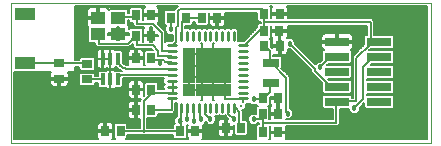
<source format=gtl>
G75*
G70*
%OFA0B0*%
%FSLAX24Y24*%
%IPPOS*%
%LPD*%
%AMOC8*
5,1,8,0,0,1.08239X$1,22.5*
%
%ADD10C,0.0000*%
%ADD11R,0.0433X0.0433*%
%ADD12C,0.0110*%
%ADD13R,0.0098X0.0098*%
%ADD14R,0.0276X0.0354*%
%ADD15R,0.0472X0.0433*%
%ADD16R,0.0551X0.0276*%
%ADD17R,0.0138X0.0394*%
%ADD18R,0.0354X0.0276*%
%ADD19R,0.0669X0.0394*%
%ADD20R,0.0807X0.0299*%
%ADD21C,0.0060*%
%ADD22C,0.0180*%
%ADD23C,0.0080*%
D10*
X000295Y000416D02*
X000295Y005066D01*
X014295Y005066D01*
X014295Y000416D01*
X000295Y000416D01*
D11*
X006261Y002170D03*
X006664Y002170D03*
X007058Y002170D03*
X007461Y002170D03*
X007461Y002583D03*
X007058Y002583D03*
X006664Y002583D03*
X006261Y002583D03*
X006261Y002957D03*
X006664Y002957D03*
X007058Y002957D03*
X007461Y002957D03*
X007461Y003370D03*
X007058Y003370D03*
X006664Y003370D03*
X006261Y003370D03*
D12*
X005802Y003459D02*
X005538Y003459D01*
X005538Y003656D02*
X005802Y003656D01*
X005975Y003829D02*
X005975Y004093D01*
X006172Y004093D02*
X006172Y003829D01*
X006369Y003829D02*
X006369Y004093D01*
X006566Y004093D02*
X006566Y003829D01*
X006763Y003829D02*
X006763Y004093D01*
X006959Y004093D02*
X006959Y003829D01*
X007156Y003829D02*
X007156Y004093D01*
X007353Y004093D02*
X007353Y003829D01*
X007550Y003829D02*
X007550Y004093D01*
X007747Y004093D02*
X007747Y003829D01*
X007920Y003656D02*
X008184Y003656D01*
X008184Y003459D02*
X007920Y003459D01*
X007920Y003262D02*
X008184Y003262D01*
X008184Y003065D02*
X007920Y003065D01*
X007920Y002868D02*
X008184Y002868D01*
X008184Y002672D02*
X007920Y002672D01*
X007920Y002475D02*
X008184Y002475D01*
X008184Y002278D02*
X007920Y002278D01*
X007920Y002081D02*
X008184Y002081D01*
X008184Y001884D02*
X007920Y001884D01*
X007747Y001711D02*
X007747Y001447D01*
X007550Y001447D02*
X007550Y001711D01*
X007353Y001711D02*
X007353Y001447D01*
X007156Y001447D02*
X007156Y001711D01*
X006959Y001711D02*
X006959Y001447D01*
X006763Y001447D02*
X006763Y001711D01*
X006566Y001711D02*
X006566Y001447D01*
X006369Y001447D02*
X006369Y001711D01*
X006172Y001711D02*
X006172Y001447D01*
X005975Y001447D02*
X005975Y001711D01*
X005802Y001884D02*
X005538Y001884D01*
X005538Y002081D02*
X005802Y002081D01*
X005802Y002278D02*
X005538Y002278D01*
X005538Y002475D02*
X005802Y002475D01*
X005802Y002672D02*
X005538Y002672D01*
X005538Y002868D02*
X005802Y002868D01*
X005802Y003065D02*
X005538Y003065D01*
X005538Y003262D02*
X005802Y003262D01*
D13*
X007993Y001638D03*
D14*
X008700Y001366D03*
X009212Y001366D03*
X009222Y001895D03*
X008710Y001895D03*
X007979Y000902D03*
X007467Y000902D03*
X006455Y000794D03*
X005943Y000794D03*
X004980Y001500D03*
X004468Y001500D03*
X004477Y002181D03*
X004989Y002181D03*
X004986Y003221D03*
X004474Y003221D03*
X004474Y003982D03*
X004986Y003982D03*
X005640Y004576D03*
X006152Y004576D03*
X006675Y004576D03*
X007187Y004576D03*
X008750Y004711D03*
X009262Y004711D03*
X009261Y004130D03*
X008749Y004130D03*
X008756Y003625D03*
X009268Y003625D03*
X004983Y004658D03*
X004471Y004658D03*
X003965Y000789D03*
X003453Y000789D03*
X008704Y000750D03*
X009216Y000750D03*
D15*
X003881Y004023D03*
X003211Y004023D03*
X003211Y004575D03*
X003881Y004575D03*
D16*
X008972Y003077D03*
X008972Y002407D03*
D17*
X003874Y002519D03*
X003618Y002519D03*
X003362Y002519D03*
X003362Y003207D03*
X003618Y003207D03*
X003874Y003207D03*
D18*
X002851Y003032D03*
X001922Y003056D03*
X001922Y002544D03*
X002851Y002520D03*
D19*
X000781Y003057D03*
X000781Y004699D03*
D20*
X011186Y003771D03*
X011186Y003271D03*
X011186Y002771D03*
X011186Y002271D03*
X011186Y001771D03*
X012588Y001771D03*
X012588Y002271D03*
X012588Y002771D03*
X012588Y003271D03*
X012588Y003771D03*
D21*
X012295Y003716D01*
X012295Y004436D01*
X008755Y004436D01*
X008755Y004316D01*
X008095Y003656D01*
X008052Y003656D01*
X008070Y003801D02*
X007892Y003801D01*
X007892Y004153D01*
X007807Y004238D01*
X007687Y004238D01*
X007648Y004200D01*
X007610Y004238D01*
X007490Y004238D01*
X007452Y004200D01*
X007413Y004238D01*
X007293Y004238D01*
X007255Y004200D01*
X007216Y004238D01*
X007096Y004238D01*
X007058Y004200D01*
X007020Y004238D01*
X006899Y004238D01*
X006861Y004200D01*
X006823Y004238D01*
X006702Y004238D01*
X006664Y004200D01*
X006626Y004238D01*
X006506Y004238D01*
X006467Y004200D01*
X006429Y004238D01*
X006309Y004238D01*
X006270Y004200D01*
X006232Y004238D01*
X006115Y004238D01*
X006115Y004309D01*
X006327Y004309D01*
X006380Y004362D01*
X006380Y004436D01*
X006447Y004436D01*
X006447Y004362D01*
X006500Y004309D01*
X006850Y004309D01*
X006903Y004362D01*
X006903Y004736D01*
X006919Y004736D01*
X006919Y004606D01*
X007157Y004606D01*
X007157Y004546D01*
X007217Y004546D01*
X007217Y004606D01*
X007455Y004606D01*
X007455Y004736D01*
X008522Y004736D01*
X008522Y004497D01*
X008575Y004444D01*
X008635Y004444D01*
X008635Y004397D01*
X008574Y004397D01*
X008521Y004344D01*
X008521Y004252D01*
X008070Y003801D01*
X008078Y003809D02*
X007892Y003809D01*
X007892Y003868D02*
X008137Y003868D01*
X008195Y003926D02*
X007892Y003926D01*
X007892Y003985D02*
X008254Y003985D01*
X008312Y004043D02*
X007892Y004043D01*
X007892Y004102D02*
X008371Y004102D01*
X008429Y004160D02*
X007885Y004160D01*
X007826Y004219D02*
X008488Y004219D01*
X008521Y004277D02*
X007372Y004277D01*
X007375Y004278D02*
X007405Y004295D01*
X007429Y004319D01*
X007446Y004349D01*
X007455Y004382D01*
X007455Y004546D01*
X007217Y004546D01*
X007217Y004269D01*
X007342Y004269D01*
X007375Y004278D01*
X007433Y004219D02*
X007470Y004219D01*
X007630Y004219D02*
X007667Y004219D01*
X007438Y004336D02*
X008521Y004336D01*
X008571Y004394D02*
X007455Y004394D01*
X007455Y004453D02*
X008566Y004453D01*
X008522Y004511D02*
X007455Y004511D01*
X007455Y004628D02*
X008522Y004628D01*
X008522Y004570D02*
X007217Y004570D01*
X007217Y004511D02*
X007157Y004511D01*
X007157Y004546D02*
X007157Y004269D01*
X007032Y004269D01*
X006999Y004278D01*
X006969Y004295D01*
X006945Y004319D01*
X006928Y004349D01*
X006919Y004382D01*
X006919Y004546D01*
X007157Y004546D01*
X007157Y004570D02*
X006903Y004570D01*
X006903Y004628D02*
X006919Y004628D01*
X006919Y004687D02*
X006903Y004687D01*
X006675Y004576D02*
X006655Y004556D01*
X006175Y004556D01*
X006152Y004576D01*
X006115Y004556D01*
X005995Y004436D01*
X005995Y004016D01*
X005975Y003961D01*
X005695Y003985D02*
X005455Y003985D01*
X005455Y004043D02*
X005533Y004043D01*
X005560Y004016D02*
X005695Y004016D01*
X005695Y003826D01*
X005670Y003801D01*
X005478Y003801D01*
X005455Y003778D01*
X005455Y004126D01*
X005202Y004378D01*
X005225Y004401D01*
X005242Y004431D01*
X005251Y004464D01*
X005251Y004628D01*
X005013Y004628D01*
X005013Y004688D01*
X005251Y004688D01*
X005251Y004852D01*
X005242Y004885D01*
X005225Y004915D01*
X005201Y004939D01*
X005171Y004956D01*
X005865Y004956D01*
X005815Y004906D01*
X005755Y004846D01*
X005755Y004843D01*
X005465Y004843D01*
X005412Y004790D01*
X005412Y004362D01*
X005465Y004309D01*
X005493Y004309D01*
X005455Y004271D01*
X005455Y004121D01*
X005560Y004016D01*
X005475Y004102D02*
X005455Y004102D01*
X005455Y004160D02*
X005421Y004160D01*
X005455Y004219D02*
X005362Y004219D01*
X005304Y004277D02*
X005461Y004277D01*
X005438Y004336D02*
X005245Y004336D01*
X005218Y004394D02*
X005412Y004394D01*
X005412Y004453D02*
X005248Y004453D01*
X005251Y004511D02*
X005412Y004511D01*
X005412Y004570D02*
X005251Y004570D01*
X005412Y004628D02*
X005013Y004628D01*
X004953Y004628D02*
X004699Y004628D01*
X004715Y004628D02*
X004715Y004496D01*
X004699Y004496D01*
X004699Y004872D01*
X004646Y004925D01*
X004296Y004925D01*
X004243Y004872D01*
X004243Y004736D01*
X004207Y004736D01*
X004207Y004828D01*
X004154Y004881D01*
X003607Y004881D01*
X003568Y004842D01*
X003552Y004871D01*
X003527Y004895D01*
X003498Y004912D01*
X003465Y004921D01*
X003241Y004921D01*
X003241Y004605D01*
X003181Y004605D01*
X003181Y004921D01*
X002958Y004921D01*
X002925Y004912D01*
X002895Y004895D01*
X002871Y004871D01*
X002854Y004841D01*
X002845Y004808D01*
X002845Y004605D01*
X003181Y004605D01*
X003181Y004545D01*
X002845Y004545D01*
X002845Y004341D01*
X002854Y004308D01*
X002871Y004278D01*
X002885Y004264D01*
X002885Y003770D01*
X002938Y003717D01*
X003115Y003717D01*
X003115Y003666D01*
X003185Y003596D01*
X004245Y003596D01*
X004315Y003666D01*
X004364Y003715D01*
X004375Y003715D01*
X004375Y003606D01*
X004445Y003536D01*
X004985Y003536D01*
X005033Y003488D01*
X004811Y003488D01*
X004758Y003435D01*
X004758Y003007D01*
X004776Y002988D01*
X004730Y002988D01*
X004733Y002994D01*
X004742Y003027D01*
X004742Y003191D01*
X004504Y003191D01*
X004504Y003251D01*
X004444Y003251D01*
X004444Y003191D01*
X004206Y003191D01*
X004206Y003027D01*
X004215Y002994D01*
X004218Y002988D01*
X004213Y002988D01*
X004156Y002996D01*
X004058Y003053D01*
X004033Y003096D01*
X004033Y003442D01*
X003980Y003494D01*
X003781Y003494D01*
X003767Y003508D01*
X003737Y003525D01*
X003704Y003534D01*
X003622Y003534D01*
X003622Y003212D01*
X003614Y003212D01*
X003614Y003534D01*
X003532Y003534D01*
X003499Y003525D01*
X003490Y003520D01*
X003481Y003525D01*
X003448Y003534D01*
X003367Y003534D01*
X003367Y003212D01*
X003561Y003212D01*
X003614Y003212D01*
X003614Y003203D01*
X003622Y003203D01*
X003622Y002881D01*
X003704Y002881D01*
X003737Y002889D01*
X003767Y002907D01*
X003781Y002921D01*
X003849Y002921D01*
X003877Y002871D01*
X004015Y002792D01*
X003994Y002792D01*
X003980Y002805D01*
X003781Y002805D01*
X003767Y002819D01*
X003737Y002836D01*
X003704Y002845D01*
X003622Y002845D01*
X003622Y002523D01*
X003614Y002523D01*
X003614Y002845D01*
X003532Y002845D01*
X003499Y002836D01*
X003469Y002819D01*
X003455Y002805D01*
X003256Y002805D01*
X003203Y002753D01*
X003203Y002639D01*
X003118Y002639D01*
X003118Y002695D01*
X003065Y002748D01*
X002637Y002748D01*
X002584Y002695D01*
X002584Y002345D01*
X002637Y002292D01*
X003065Y002292D01*
X003118Y002345D01*
X003118Y002399D01*
X003203Y002399D01*
X003203Y002284D01*
X003256Y002232D01*
X003455Y002232D01*
X003469Y002218D01*
X003499Y002201D01*
X003532Y002192D01*
X003614Y002192D01*
X003614Y002514D01*
X003622Y002514D01*
X003622Y002192D01*
X003704Y002192D01*
X003737Y002201D01*
X003767Y002218D01*
X003781Y002232D01*
X003980Y002232D01*
X004033Y002284D01*
X004033Y002552D01*
X005410Y002552D01*
X005393Y002535D01*
X005393Y002415D01*
X005431Y002376D01*
X005393Y002338D01*
X005393Y002218D01*
X005410Y002201D01*
X005217Y002201D01*
X005217Y002395D01*
X005164Y002448D01*
X004814Y002448D01*
X004761Y002395D01*
X004761Y001992D01*
X004741Y001972D01*
X004745Y001987D01*
X004745Y002151D01*
X004507Y002151D01*
X004507Y001874D01*
X004632Y001874D01*
X004647Y001878D01*
X004615Y001846D01*
X004615Y001807D01*
X004498Y001807D01*
X004498Y001530D01*
X004438Y001530D01*
X004438Y001470D01*
X004200Y001470D01*
X004200Y001306D01*
X004209Y001273D01*
X004226Y001243D01*
X004250Y001219D01*
X004280Y001202D01*
X004313Y001193D01*
X004438Y001193D01*
X004438Y001470D01*
X004498Y001470D01*
X004498Y001193D01*
X004615Y001193D01*
X004615Y000908D01*
X004193Y000909D01*
X004193Y001003D01*
X004140Y001056D01*
X003790Y001056D01*
X003737Y001003D01*
X003737Y000575D01*
X003786Y000526D01*
X003689Y000526D01*
X003695Y000532D01*
X003712Y000562D01*
X003721Y000595D01*
X003721Y000759D01*
X003483Y000759D01*
X003483Y000819D01*
X003423Y000819D01*
X003423Y000759D01*
X003185Y000759D01*
X003185Y000595D01*
X003194Y000562D01*
X003211Y000532D01*
X003217Y000526D01*
X000405Y000526D01*
X000405Y002763D01*
X001642Y002763D01*
X001641Y002762D01*
X001624Y002732D01*
X001615Y002699D01*
X001615Y002574D01*
X001892Y002574D01*
X001892Y002514D01*
X001952Y002514D01*
X001952Y002276D01*
X002116Y002276D01*
X002149Y002285D01*
X002179Y002302D01*
X002203Y002326D01*
X002220Y002356D01*
X002229Y002389D01*
X002229Y002514D01*
X001952Y002514D01*
X001952Y002574D01*
X002229Y002574D01*
X002229Y002699D01*
X002220Y002732D01*
X002203Y002762D01*
X002202Y002763D01*
X002438Y002763D01*
X002438Y002936D01*
X002440Y002936D01*
X002522Y002937D01*
X002584Y002937D01*
X002584Y002857D01*
X002637Y002804D01*
X003065Y002804D01*
X003118Y002857D01*
X003118Y003207D01*
X003065Y003260D01*
X002637Y003260D01*
X002584Y003207D01*
X002584Y003177D01*
X002571Y003177D01*
X002571Y003177D01*
X002522Y003177D01*
X002438Y003177D01*
X002438Y004956D01*
X004794Y004956D01*
X004765Y004939D01*
X004741Y004915D01*
X004724Y004885D01*
X004715Y004852D01*
X004715Y004688D01*
X004953Y004688D01*
X004953Y004628D01*
X004715Y004628D01*
X004715Y004570D02*
X004699Y004570D01*
X004699Y004511D02*
X004715Y004511D01*
X004495Y004616D02*
X004495Y004376D01*
X005035Y004376D01*
X005335Y004076D01*
X005335Y003476D01*
X005635Y003476D01*
X005670Y003459D01*
X005635Y003296D02*
X005215Y003296D01*
X005215Y003476D01*
X005035Y003656D01*
X004495Y003656D01*
X004495Y003956D01*
X004474Y003982D01*
X004435Y003956D01*
X004195Y003716D01*
X003235Y003716D01*
X003235Y004016D01*
X003211Y004023D01*
X002885Y004043D02*
X002438Y004043D01*
X002438Y003985D02*
X002885Y003985D01*
X002885Y003926D02*
X002438Y003926D01*
X002438Y003868D02*
X002885Y003868D01*
X002885Y003809D02*
X002438Y003809D01*
X002438Y003751D02*
X002904Y003751D01*
X003115Y003692D02*
X002438Y003692D01*
X002438Y003634D02*
X003148Y003634D01*
X003213Y003508D02*
X003189Y003484D01*
X003172Y003455D01*
X003163Y003421D01*
X003163Y003212D01*
X003358Y003212D01*
X003358Y003534D01*
X003276Y003534D01*
X003243Y003525D01*
X003213Y003508D01*
X003227Y003517D02*
X002438Y003517D01*
X002438Y003575D02*
X004406Y003575D01*
X004444Y003528D02*
X004319Y003528D01*
X004286Y003519D01*
X004256Y003502D01*
X004232Y003478D01*
X004215Y003448D01*
X004206Y003415D01*
X004206Y003251D01*
X004444Y003251D01*
X004444Y003528D01*
X004444Y003517D02*
X004504Y003517D01*
X004504Y003528D02*
X004504Y003251D01*
X004742Y003251D01*
X004742Y003415D01*
X004733Y003448D01*
X004716Y003478D01*
X004692Y003502D01*
X004662Y003519D01*
X004629Y003528D01*
X004504Y003528D01*
X004504Y003458D02*
X004444Y003458D01*
X004444Y003400D02*
X004504Y003400D01*
X004504Y003341D02*
X004444Y003341D01*
X004444Y003283D02*
X004504Y003283D01*
X004504Y003224D02*
X004758Y003224D01*
X004758Y003166D02*
X004742Y003166D01*
X004742Y003107D02*
X004758Y003107D01*
X004758Y003049D02*
X004742Y003049D01*
X004731Y002990D02*
X004775Y002990D01*
X005275Y003056D02*
X005275Y003176D01*
X005035Y003176D01*
X004986Y003221D01*
X004758Y003283D02*
X004742Y003283D01*
X004742Y003341D02*
X004758Y003341D01*
X004758Y003400D02*
X004742Y003400D01*
X004727Y003458D02*
X004781Y003458D01*
X004667Y003517D02*
X005005Y003517D01*
X005016Y003776D02*
X004956Y003776D01*
X004956Y003952D01*
X005016Y003952D01*
X005215Y003952D01*
X005215Y004012D01*
X005016Y004012D01*
X005016Y003952D01*
X005016Y003776D01*
X005016Y003809D02*
X004956Y003809D01*
X004956Y003868D02*
X005016Y003868D01*
X005016Y003926D02*
X004956Y003926D01*
X004956Y003952D02*
X004718Y003952D01*
X004718Y003788D01*
X004721Y003776D01*
X004702Y003776D01*
X004702Y004196D01*
X004649Y004249D01*
X004299Y004249D01*
X004247Y004197D01*
X004247Y004257D01*
X004238Y004290D01*
X004221Y004320D01*
X004207Y004334D01*
X004207Y004496D01*
X004243Y004496D01*
X004243Y004444D01*
X004296Y004391D01*
X004375Y004391D01*
X004375Y004326D01*
X004445Y004256D01*
X004761Y004256D01*
X004744Y004239D01*
X004727Y004209D01*
X004718Y004176D01*
X004718Y004012D01*
X004956Y004012D01*
X004956Y004256D01*
X004985Y004256D01*
X005016Y004225D01*
X005016Y004012D01*
X004956Y004012D01*
X004956Y003952D01*
X004956Y003985D02*
X004702Y003985D01*
X004702Y004043D02*
X004718Y004043D01*
X004718Y004102D02*
X004702Y004102D01*
X004702Y004160D02*
X004718Y004160D01*
X004732Y004219D02*
X004680Y004219D01*
X004424Y004277D02*
X004242Y004277D01*
X004247Y004219D02*
X004268Y004219D01*
X004207Y004336D02*
X004375Y004336D01*
X004293Y004394D02*
X004207Y004394D01*
X004207Y004453D02*
X004243Y004453D01*
X004435Y004616D02*
X003895Y004616D01*
X003881Y004575D01*
X004207Y004745D02*
X004243Y004745D01*
X004243Y004804D02*
X004207Y004804D01*
X004173Y004862D02*
X004243Y004862D01*
X004291Y004921D02*
X003467Y004921D01*
X003557Y004862D02*
X003588Y004862D01*
X003241Y004862D02*
X003181Y004862D01*
X003181Y004804D02*
X003241Y004804D01*
X003241Y004745D02*
X003181Y004745D01*
X003181Y004687D02*
X003241Y004687D01*
X003241Y004628D02*
X003181Y004628D01*
X003181Y004570D02*
X002438Y004570D01*
X002438Y004628D02*
X002845Y004628D01*
X002845Y004687D02*
X002438Y004687D01*
X002438Y004745D02*
X002845Y004745D01*
X002845Y004804D02*
X002438Y004804D01*
X002438Y004862D02*
X002866Y004862D01*
X002956Y004921D02*
X002438Y004921D01*
X003181Y004921D02*
X003241Y004921D01*
X002845Y004511D02*
X002438Y004511D01*
X002438Y004453D02*
X002845Y004453D01*
X002845Y004394D02*
X002438Y004394D01*
X002438Y004336D02*
X002847Y004336D01*
X002872Y004277D02*
X002438Y004277D01*
X002438Y004219D02*
X002885Y004219D01*
X002885Y004160D02*
X002438Y004160D01*
X002438Y004102D02*
X002885Y004102D01*
X003538Y004053D02*
X003538Y003993D01*
X003851Y003993D01*
X003851Y003836D01*
X003911Y003836D01*
X003911Y003993D01*
X004246Y003993D01*
X004246Y004053D01*
X003911Y004053D01*
X003911Y003993D01*
X003851Y003993D01*
X003851Y004053D01*
X003538Y004053D01*
X003538Y004043D02*
X003851Y004043D01*
X003851Y004053D02*
X003851Y004268D01*
X003911Y004268D01*
X003911Y004053D01*
X003851Y004053D01*
X003881Y004023D02*
X003895Y003836D01*
X003911Y003868D02*
X003851Y003868D01*
X003851Y003926D02*
X003911Y003926D01*
X003911Y003985D02*
X003851Y003985D01*
X003911Y004043D02*
X004246Y004043D01*
X003911Y004102D02*
X003851Y004102D01*
X003851Y004160D02*
X003911Y004160D01*
X003911Y004219D02*
X003851Y004219D01*
X004702Y003926D02*
X004718Y003926D01*
X004718Y003868D02*
X004702Y003868D01*
X004702Y003809D02*
X004718Y003809D01*
X004375Y003692D02*
X004341Y003692D01*
X004375Y003634D02*
X004282Y003634D01*
X004281Y003517D02*
X003753Y003517D01*
X003622Y003517D02*
X003614Y003517D01*
X003614Y003458D02*
X003622Y003458D01*
X003614Y003400D02*
X003622Y003400D01*
X003614Y003341D02*
X003622Y003341D01*
X003614Y003283D02*
X003622Y003283D01*
X003614Y003224D02*
X003622Y003224D01*
X003614Y003203D02*
X003367Y003203D01*
X003367Y003212D01*
X003358Y003212D01*
X003358Y003203D01*
X003367Y003203D01*
X003367Y002881D01*
X003448Y002881D01*
X003481Y002889D01*
X003490Y002895D01*
X003499Y002889D01*
X003532Y002881D01*
X003614Y002881D01*
X003614Y003203D01*
X003614Y003166D02*
X003622Y003166D01*
X003614Y003107D02*
X003622Y003107D01*
X003614Y003049D02*
X003622Y003049D01*
X003614Y002990D02*
X003622Y002990D01*
X003614Y002932D02*
X003622Y002932D01*
X003614Y002815D02*
X003622Y002815D01*
X003614Y002756D02*
X003622Y002756D01*
X003614Y002698D02*
X003622Y002698D01*
X003614Y002639D02*
X003622Y002639D01*
X003614Y002581D02*
X003622Y002581D01*
X003614Y002464D02*
X003622Y002464D01*
X003614Y002405D02*
X003622Y002405D01*
X003614Y002347D02*
X003622Y002347D01*
X003614Y002288D02*
X003622Y002288D01*
X003614Y002230D02*
X003622Y002230D01*
X003779Y002230D02*
X004209Y002230D01*
X004209Y002211D02*
X004447Y002211D01*
X004447Y002151D01*
X004209Y002151D01*
X004209Y001987D01*
X004218Y001954D01*
X004235Y001924D01*
X004259Y001900D01*
X004289Y001883D01*
X004322Y001874D01*
X004447Y001874D01*
X004447Y002151D01*
X004507Y002151D01*
X004507Y002211D01*
X004447Y002211D01*
X004447Y002488D01*
X004322Y002488D01*
X004289Y002479D01*
X004259Y002462D01*
X004235Y002438D01*
X004218Y002408D01*
X004209Y002375D01*
X004209Y002211D01*
X004209Y002288D02*
X004033Y002288D01*
X004033Y002347D02*
X004209Y002347D01*
X004217Y002405D02*
X004033Y002405D01*
X004033Y002464D02*
X004262Y002464D01*
X004447Y002464D02*
X004507Y002464D01*
X004507Y002488D02*
X004507Y002211D01*
X004745Y002211D01*
X004745Y002375D01*
X004736Y002408D01*
X004719Y002438D01*
X004695Y002462D01*
X004665Y002479D01*
X004632Y002488D01*
X004507Y002488D01*
X004692Y002464D02*
X005393Y002464D01*
X005393Y002522D02*
X004033Y002522D01*
X004027Y002672D02*
X004003Y002670D01*
X003980Y002665D01*
X003958Y002655D01*
X003937Y002643D01*
X003919Y002627D01*
X003903Y002609D01*
X003891Y002588D01*
X003881Y002566D01*
X003876Y002543D01*
X003874Y002519D01*
X004027Y002672D02*
X005670Y002672D01*
X005670Y002868D02*
X004213Y002868D01*
X004201Y002990D02*
X004217Y002990D01*
X004206Y003049D02*
X004065Y003049D01*
X004033Y003107D02*
X004206Y003107D01*
X004206Y003166D02*
X004033Y003166D01*
X004033Y003224D02*
X004444Y003224D01*
X004213Y002868D02*
X004178Y002870D01*
X004143Y002875D01*
X004108Y002885D01*
X004075Y002897D01*
X004044Y002913D01*
X004014Y002933D01*
X003986Y002955D01*
X003961Y002980D01*
X003939Y003008D01*
X003919Y003037D01*
X003903Y003069D01*
X003891Y003102D01*
X003881Y003137D01*
X003876Y003172D01*
X003874Y003207D01*
X004033Y003283D02*
X004206Y003283D01*
X004206Y003341D02*
X004033Y003341D01*
X004033Y003400D02*
X004206Y003400D01*
X004221Y003458D02*
X004016Y003458D01*
X003367Y003458D02*
X003358Y003458D01*
X003358Y003400D02*
X003367Y003400D01*
X003358Y003341D02*
X003367Y003341D01*
X003358Y003283D02*
X003367Y003283D01*
X003358Y003224D02*
X003367Y003224D01*
X003358Y003203D02*
X003163Y003203D01*
X003163Y002994D01*
X003172Y002960D01*
X003189Y002931D01*
X003213Y002907D01*
X003243Y002889D01*
X003276Y002881D01*
X003358Y002881D01*
X003358Y003203D01*
X003358Y003166D02*
X003367Y003166D01*
X003358Y003107D02*
X003367Y003107D01*
X003358Y003049D02*
X003367Y003049D01*
X003163Y003049D02*
X003118Y003049D01*
X003118Y003107D02*
X003163Y003107D01*
X003163Y003166D02*
X003118Y003166D01*
X003101Y003224D02*
X003163Y003224D01*
X003163Y003283D02*
X002438Y003283D01*
X002438Y003341D02*
X003163Y003341D01*
X003163Y003400D02*
X002438Y003400D01*
X002438Y003458D02*
X003174Y003458D01*
X003358Y003517D02*
X003367Y003517D01*
X002601Y003224D02*
X002438Y003224D01*
X002390Y003056D02*
X002522Y003057D01*
X002738Y003057D01*
X002851Y003032D01*
X003118Y002990D02*
X003164Y002990D01*
X003189Y002932D02*
X003118Y002932D01*
X003118Y002873D02*
X003876Y002873D01*
X003877Y002871D02*
X003877Y002871D01*
X003877Y002871D01*
X003975Y002815D02*
X003772Y002815D01*
X003464Y002815D02*
X003076Y002815D01*
X003207Y002756D02*
X002206Y002756D01*
X002229Y002698D02*
X002586Y002698D01*
X002584Y002639D02*
X002229Y002639D01*
X002229Y002581D02*
X002584Y002581D01*
X002584Y002522D02*
X001952Y002522D01*
X001952Y002464D02*
X001892Y002464D01*
X001892Y002514D02*
X001892Y002276D01*
X001728Y002276D01*
X001695Y002285D01*
X001665Y002302D01*
X001641Y002326D01*
X001624Y002356D01*
X001615Y002389D01*
X001615Y002514D01*
X001892Y002514D01*
X001892Y002522D02*
X000405Y002522D01*
X000405Y002464D02*
X001615Y002464D01*
X001615Y002405D02*
X000405Y002405D01*
X000405Y002347D02*
X001629Y002347D01*
X001690Y002288D02*
X000405Y002288D01*
X000405Y002230D02*
X003457Y002230D01*
X003203Y002288D02*
X002154Y002288D01*
X002215Y002347D02*
X002584Y002347D01*
X002584Y002405D02*
X002229Y002405D01*
X002229Y002464D02*
X002584Y002464D01*
X002853Y002519D02*
X003362Y002519D01*
X003203Y002639D02*
X003118Y002639D01*
X003116Y002698D02*
X003203Y002698D01*
X002853Y002518D02*
X002852Y002518D01*
X002851Y002519D01*
X002851Y002520D01*
X003118Y002347D02*
X003203Y002347D01*
X004209Y002113D02*
X000405Y002113D01*
X000405Y002171D02*
X004447Y002171D01*
X004447Y002113D02*
X004507Y002113D01*
X004507Y002171D02*
X004761Y002171D01*
X004761Y002113D02*
X004745Y002113D01*
X004745Y002054D02*
X004761Y002054D01*
X004761Y001996D02*
X004745Y001996D01*
X004507Y001996D02*
X004447Y001996D01*
X004447Y002054D02*
X004507Y002054D01*
X004507Y001937D02*
X004447Y001937D01*
X004447Y001879D02*
X004507Y001879D01*
X004438Y001807D02*
X004313Y001807D01*
X004280Y001798D01*
X004250Y001781D01*
X004226Y001757D01*
X004209Y001727D01*
X004200Y001694D01*
X004200Y001530D01*
X004438Y001530D01*
X004438Y001807D01*
X004438Y001762D02*
X004498Y001762D01*
X004498Y001703D02*
X004438Y001703D01*
X004438Y001645D02*
X004498Y001645D01*
X004498Y001586D02*
X004438Y001586D01*
X004438Y001528D02*
X000405Y001528D01*
X000405Y001586D02*
X004200Y001586D01*
X004200Y001645D02*
X000405Y001645D01*
X000405Y001703D02*
X004203Y001703D01*
X004231Y001762D02*
X000405Y001762D01*
X000405Y001820D02*
X004615Y001820D01*
X004735Y001796D02*
X004735Y000776D01*
X004735Y000787D01*
X003965Y000789D01*
X003737Y000767D02*
X003483Y000767D01*
X003483Y000819D02*
X003721Y000819D01*
X003721Y000983D01*
X003712Y001016D01*
X003695Y001046D01*
X003671Y001070D01*
X003641Y001087D01*
X003608Y001096D01*
X003483Y001096D01*
X003483Y000819D01*
X003483Y000826D02*
X003423Y000826D01*
X003423Y000819D02*
X003423Y001096D01*
X003298Y001096D01*
X003265Y001087D01*
X003235Y001070D01*
X003211Y001046D01*
X003194Y001016D01*
X003185Y000983D01*
X003185Y000819D01*
X003423Y000819D01*
X003423Y000767D02*
X000405Y000767D01*
X000405Y000709D02*
X003185Y000709D01*
X003185Y000650D02*
X000405Y000650D01*
X000405Y000592D02*
X003186Y000592D01*
X003211Y000533D02*
X000405Y000533D01*
X000405Y000826D02*
X003185Y000826D01*
X003185Y000884D02*
X000405Y000884D01*
X000405Y000943D02*
X003185Y000943D01*
X003190Y001001D02*
X000405Y001001D01*
X000405Y001060D02*
X003225Y001060D01*
X003423Y001060D02*
X003483Y001060D01*
X003483Y001001D02*
X003423Y001001D01*
X003423Y000943D02*
X003483Y000943D01*
X003483Y000884D02*
X003423Y000884D01*
X003721Y000884D02*
X003737Y000884D01*
X003737Y000826D02*
X003721Y000826D01*
X003721Y000943D02*
X003737Y000943D01*
X003737Y001001D02*
X003716Y001001D01*
X003681Y001060D02*
X004615Y001060D01*
X004615Y001118D02*
X000405Y001118D01*
X000405Y001177D02*
X004615Y001177D01*
X004498Y001235D02*
X004438Y001235D01*
X004438Y001294D02*
X004498Y001294D01*
X004498Y001352D02*
X004438Y001352D01*
X004438Y001411D02*
X004498Y001411D01*
X004498Y001469D02*
X004438Y001469D01*
X004200Y001469D02*
X000405Y001469D01*
X000405Y001411D02*
X004200Y001411D01*
X004200Y001352D02*
X000405Y001352D01*
X000405Y001294D02*
X004204Y001294D01*
X004234Y001235D02*
X000405Y001235D01*
X000405Y001879D02*
X004305Y001879D01*
X004228Y001937D02*
X000405Y001937D01*
X000405Y001996D02*
X004209Y001996D01*
X004209Y002054D02*
X000405Y002054D01*
X000405Y002581D02*
X001615Y002581D01*
X001615Y002639D02*
X000405Y002639D01*
X000405Y002698D02*
X001615Y002698D01*
X001638Y002756D02*
X000405Y002756D01*
X000781Y003057D02*
X002522Y003057D01*
X002390Y003056D02*
X001922Y003056D01*
X002438Y002932D02*
X002584Y002932D01*
X002584Y002873D02*
X002438Y002873D01*
X002438Y002815D02*
X002626Y002815D01*
X002440Y002936D02*
X002440Y002936D01*
X003358Y002932D02*
X003367Y002932D01*
X003358Y002990D02*
X003367Y002990D01*
X004447Y002405D02*
X004507Y002405D01*
X004507Y002347D02*
X004447Y002347D01*
X004447Y002288D02*
X004507Y002288D01*
X004507Y002230D02*
X004447Y002230D01*
X004745Y002230D02*
X004761Y002230D01*
X004761Y002288D02*
X004745Y002288D01*
X004745Y002347D02*
X004761Y002347D01*
X004771Y002405D02*
X004737Y002405D01*
X004989Y002181D02*
X005035Y002096D01*
X004735Y001796D01*
X004980Y001500D02*
X005670Y001500D01*
X005670Y001884D01*
X005790Y001739D02*
X005830Y001739D01*
X005830Y001387D01*
X005855Y001362D01*
X005855Y001311D01*
X005755Y001211D01*
X005755Y001061D01*
X005762Y001055D01*
X005715Y001008D01*
X005715Y000910D01*
X004942Y000907D01*
X004855Y000907D01*
X004855Y001233D01*
X005155Y001233D01*
X005208Y001286D01*
X005208Y001380D01*
X005720Y001380D01*
X005790Y001450D01*
X005790Y001739D01*
X005790Y001703D02*
X005830Y001703D01*
X005830Y001645D02*
X005790Y001645D01*
X005790Y001586D02*
X005830Y001586D01*
X005830Y001528D02*
X005790Y001528D01*
X005790Y001469D02*
X005830Y001469D01*
X005975Y001579D02*
X005975Y001136D01*
X005995Y001136D01*
X005975Y001136D01*
X005935Y001136D01*
X005975Y001136D02*
X005975Y000791D01*
X005983Y000795D01*
X005943Y000794D01*
X005975Y000791D02*
X004942Y000787D01*
X004735Y000787D01*
X004735Y000656D02*
X004784Y000656D01*
X004785Y000656D01*
X004796Y000667D01*
X004892Y000667D01*
X004893Y000667D01*
X004942Y000667D01*
X004991Y000667D01*
X004992Y000667D01*
X005715Y000670D01*
X005715Y000580D01*
X005768Y000527D01*
X006118Y000527D01*
X006171Y000580D01*
X006171Y001008D01*
X006163Y001016D01*
X006195Y001016D01*
X006187Y000988D01*
X006187Y000824D01*
X006425Y000824D01*
X006425Y000764D01*
X006187Y000764D01*
X006187Y000600D01*
X006196Y000567D01*
X006213Y000537D01*
X006224Y000526D01*
X004144Y000526D01*
X004193Y000575D01*
X004193Y000669D01*
X004674Y000668D01*
X004685Y000656D01*
X004685Y000656D01*
X004685Y000656D01*
X004735Y000656D01*
X004785Y000656D02*
X004785Y000656D01*
X004193Y000650D02*
X005715Y000650D01*
X005715Y000592D02*
X004193Y000592D01*
X004151Y000533D02*
X005762Y000533D01*
X006124Y000533D02*
X006217Y000533D01*
X006189Y000592D02*
X006171Y000592D01*
X006171Y000650D02*
X006187Y000650D01*
X006187Y000709D02*
X006171Y000709D01*
X006171Y000767D02*
X006425Y000767D01*
X006485Y000767D02*
X007199Y000767D01*
X007199Y000709D02*
X006723Y000709D01*
X006723Y000764D02*
X006485Y000764D01*
X006485Y000824D01*
X006723Y000824D01*
X006723Y000988D01*
X006715Y001016D01*
X006730Y001016D01*
X006805Y001091D01*
X006880Y001016D01*
X007030Y001016D01*
X007135Y001121D01*
X007135Y001271D01*
X007104Y001302D01*
X007216Y001302D01*
X007255Y001340D01*
X007293Y001302D01*
X007413Y001302D01*
X007436Y001325D01*
X007552Y001209D01*
X007497Y001209D01*
X007497Y000932D01*
X007437Y000932D01*
X007437Y000872D01*
X007199Y000872D01*
X007199Y000708D01*
X007208Y000675D01*
X007225Y000645D01*
X007249Y000621D01*
X007279Y000604D01*
X007312Y000595D01*
X007437Y000595D01*
X007437Y000872D01*
X007497Y000872D01*
X007497Y000595D01*
X007622Y000595D01*
X007655Y000604D01*
X007685Y000621D01*
X007709Y000645D01*
X007726Y000675D01*
X007735Y000708D01*
X007735Y000872D01*
X007497Y000872D01*
X007497Y000932D01*
X007735Y000932D01*
X007735Y001016D01*
X007751Y001016D01*
X007751Y000688D01*
X007804Y000635D01*
X008154Y000635D01*
X008207Y000688D01*
X008207Y001116D01*
X008154Y001169D01*
X008035Y001169D01*
X008035Y001486D01*
X008022Y001499D01*
X008079Y001499D01*
X008132Y001552D01*
X008132Y001699D01*
X008208Y001699D01*
X008255Y001712D01*
X008274Y001722D01*
X008320Y001676D01*
X008470Y001676D01*
X008482Y001689D01*
X008482Y001681D01*
X008530Y001633D01*
X008525Y001633D01*
X008472Y001580D01*
X008472Y001373D01*
X008470Y001376D01*
X008320Y001376D01*
X008215Y001271D01*
X008215Y001121D01*
X008320Y001016D01*
X008470Y001016D01*
X008530Y001076D01*
X008575Y001076D01*
X008575Y001017D01*
X008529Y001017D01*
X008476Y000964D01*
X008476Y000536D01*
X008486Y000526D01*
X006686Y000526D01*
X006697Y000537D01*
X006714Y000567D01*
X006723Y000600D01*
X006723Y000764D01*
X006723Y000826D02*
X007199Y000826D01*
X007199Y000932D02*
X007437Y000932D01*
X007437Y001209D01*
X007312Y001209D01*
X007279Y001200D01*
X007249Y001183D01*
X007225Y001159D01*
X007208Y001129D01*
X007199Y001096D01*
X007199Y000932D01*
X007199Y000943D02*
X006723Y000943D01*
X006719Y001001D02*
X007199Y001001D01*
X007199Y001060D02*
X007073Y001060D01*
X007132Y001118D02*
X007205Y001118D01*
X007243Y001177D02*
X007135Y001177D01*
X007135Y001235D02*
X007526Y001235D01*
X007497Y001177D02*
X007437Y001177D01*
X007437Y001118D02*
X007497Y001118D01*
X007497Y001060D02*
X007437Y001060D01*
X007437Y001001D02*
X007497Y001001D01*
X007497Y000943D02*
X007437Y000943D01*
X007437Y000884D02*
X006723Y000884D01*
X006773Y001060D02*
X006837Y001060D01*
X006955Y001196D02*
X006775Y001376D01*
X006775Y001556D01*
X006763Y001579D01*
X006595Y001556D02*
X006566Y001579D01*
X006595Y001556D02*
X006595Y001256D01*
X006655Y001196D01*
X006415Y001136D02*
X006415Y001556D01*
X006369Y001579D01*
X006175Y001556D02*
X006172Y001579D01*
X006175Y001556D02*
X006175Y001196D01*
X005838Y001294D02*
X005208Y001294D01*
X005208Y001352D02*
X005855Y001352D01*
X005830Y001411D02*
X005750Y001411D01*
X005779Y001235D02*
X005157Y001235D01*
X004855Y001177D02*
X005755Y001177D01*
X005755Y001118D02*
X004855Y001118D01*
X004855Y001060D02*
X005757Y001060D01*
X005715Y001001D02*
X004855Y001001D01*
X004855Y000943D02*
X005715Y000943D01*
X006171Y000943D02*
X006187Y000943D01*
X006191Y001001D02*
X006171Y001001D01*
X006171Y000884D02*
X006187Y000884D01*
X006187Y000826D02*
X006171Y000826D01*
X006723Y000650D02*
X007222Y000650D01*
X007437Y000650D02*
X007497Y000650D01*
X007497Y000709D02*
X007437Y000709D01*
X007437Y000767D02*
X007497Y000767D01*
X007497Y000826D02*
X007437Y000826D01*
X007497Y000884D02*
X007751Y000884D01*
X007751Y000826D02*
X007735Y000826D01*
X007735Y000767D02*
X007751Y000767D01*
X007751Y000709D02*
X007735Y000709D01*
X007712Y000650D02*
X007789Y000650D01*
X008169Y000650D02*
X008476Y000650D01*
X008476Y000592D02*
X006720Y000592D01*
X006693Y000533D02*
X008479Y000533D01*
X008476Y000709D02*
X008207Y000709D01*
X008207Y000767D02*
X008476Y000767D01*
X008476Y000826D02*
X008207Y000826D01*
X008207Y000884D02*
X008476Y000884D01*
X008476Y000943D02*
X008207Y000943D01*
X008207Y001001D02*
X008513Y001001D01*
X008513Y001060D02*
X008575Y001060D01*
X008695Y001076D02*
X011155Y001076D01*
X011155Y001736D01*
X011186Y001771D01*
X011215Y001796D01*
X011815Y001796D01*
X011815Y003236D01*
X012295Y003716D01*
X012535Y003716D01*
X012588Y003771D01*
X012094Y003751D02*
X011216Y003751D01*
X011216Y003741D02*
X011216Y003801D01*
X011156Y003801D01*
X011156Y003741D01*
X010653Y003741D01*
X010653Y003604D01*
X010662Y003571D01*
X010679Y003542D01*
X010703Y003517D01*
X010732Y003500D01*
X010735Y003500D01*
X010693Y003458D01*
X010023Y003458D01*
X010081Y003400D02*
X010693Y003400D01*
X010693Y003458D02*
X010693Y003183D01*
X010625Y003116D01*
X010540Y003116D01*
X010453Y003028D01*
X009775Y003706D01*
X009775Y003791D01*
X009670Y003896D01*
X009520Y003896D01*
X009510Y003885D01*
X009520Y003903D01*
X009529Y003936D01*
X009529Y004100D01*
X009291Y004100D01*
X009291Y004160D01*
X009529Y004160D01*
X012175Y004160D01*
X012175Y004102D02*
X009291Y004102D01*
X009291Y004100D02*
X009291Y003823D01*
X009298Y003823D01*
X009298Y003655D01*
X009238Y003655D01*
X009238Y003932D01*
X009231Y003932D01*
X009231Y004100D01*
X009291Y004100D01*
X009291Y004043D02*
X009231Y004043D01*
X009231Y004100D02*
X008993Y004100D01*
X008993Y003936D01*
X009002Y003903D01*
X009019Y003873D01*
X009020Y003872D01*
X009009Y003852D01*
X009000Y003819D01*
X009000Y003655D01*
X009238Y003655D01*
X009238Y003595D01*
X009298Y003595D01*
X009298Y003318D01*
X009423Y003318D01*
X009456Y003327D01*
X009486Y003344D01*
X009510Y003368D01*
X009527Y003398D01*
X009536Y003431D01*
X009536Y003536D01*
X009605Y003536D01*
X010315Y002826D01*
X010315Y002766D01*
X010693Y002389D01*
X010693Y002084D01*
X010745Y002031D01*
X011627Y002031D01*
X011680Y002084D01*
X011680Y002458D01*
X011627Y002511D01*
X010910Y002511D01*
X010889Y002531D01*
X011627Y002531D01*
X011680Y002584D01*
X011680Y002958D01*
X011627Y003011D01*
X010859Y003011D01*
X010880Y003031D01*
X011627Y003031D01*
X011680Y003084D01*
X011680Y003458D01*
X011638Y003500D01*
X011640Y003500D01*
X011670Y003517D01*
X011694Y003542D01*
X011711Y003571D01*
X011720Y003604D01*
X011720Y003741D01*
X011216Y003741D01*
X011216Y003801D02*
X011720Y003801D01*
X011720Y003938D01*
X011711Y003971D01*
X011694Y004000D01*
X011670Y004025D01*
X011640Y004042D01*
X011607Y004051D01*
X011216Y004051D01*
X011216Y003801D01*
X011216Y003809D02*
X011156Y003809D01*
X011156Y003801D02*
X011156Y004051D01*
X010766Y004051D01*
X010732Y004042D01*
X010703Y004025D01*
X010679Y004000D01*
X010662Y003971D01*
X010653Y003938D01*
X010653Y003801D01*
X011156Y003801D01*
X011156Y003751D02*
X009775Y003751D01*
X009789Y003692D02*
X010653Y003692D01*
X010653Y003634D02*
X009847Y003634D01*
X009906Y003575D02*
X010661Y003575D01*
X010704Y003517D02*
X009964Y003517D01*
X009742Y003400D02*
X009527Y003400D01*
X009536Y003458D02*
X009683Y003458D01*
X009625Y003517D02*
X009536Y003517D01*
X009298Y003517D02*
X009238Y003517D01*
X009238Y003575D02*
X009298Y003575D01*
X009238Y003595D02*
X009238Y003318D01*
X009113Y003318D01*
X009080Y003327D01*
X009055Y003341D01*
X009055Y003341D01*
X009055Y003304D01*
X009285Y003304D01*
X009338Y003252D01*
X009338Y002902D01*
X009328Y002892D01*
X009595Y002626D01*
X009595Y001556D01*
X009610Y001556D01*
X009715Y001451D01*
X009715Y001301D01*
X009610Y001196D01*
X009480Y001196D01*
X009480Y001196D01*
X011035Y001196D01*
X011035Y001531D01*
X010745Y001531D01*
X010693Y001584D01*
X010693Y001958D01*
X010745Y002011D01*
X011627Y002011D01*
X011680Y001958D01*
X011680Y001916D01*
X011695Y001916D01*
X011695Y003286D01*
X012094Y003685D01*
X012094Y003958D01*
X012147Y004011D01*
X012175Y004011D01*
X012175Y004316D01*
X009529Y004316D01*
X009529Y004160D01*
X009529Y004219D02*
X012175Y004219D01*
X012175Y004277D02*
X009529Y004277D01*
X009231Y004160D02*
X009231Y004100D01*
X009231Y004102D02*
X008977Y004102D01*
X008977Y004160D02*
X008993Y004160D01*
X009231Y004160D01*
X008993Y004160D02*
X008993Y004316D01*
X008977Y004316D01*
X008977Y003916D01*
X008942Y003881D01*
X008984Y003839D01*
X008984Y003597D01*
X008985Y003596D01*
X009000Y003581D01*
X009000Y003595D01*
X009238Y003595D01*
X009238Y003634D02*
X008984Y003634D01*
X008984Y003692D02*
X009000Y003692D01*
X009000Y003751D02*
X008984Y003751D01*
X008984Y003809D02*
X009000Y003809D01*
X009018Y003868D02*
X008956Y003868D01*
X008977Y003926D02*
X008996Y003926D01*
X008993Y003985D02*
X008977Y003985D01*
X008977Y004043D02*
X008993Y004043D01*
X009231Y003985D02*
X009291Y003985D01*
X009291Y003926D02*
X009238Y003926D01*
X009238Y003868D02*
X009291Y003868D01*
X009298Y003809D02*
X009238Y003809D01*
X009238Y003751D02*
X009298Y003751D01*
X009298Y003692D02*
X009238Y003692D01*
X009595Y003716D02*
X010435Y002876D01*
X010435Y002816D01*
X010975Y002276D01*
X011155Y002276D01*
X011186Y002271D01*
X010693Y002288D02*
X009595Y002288D01*
X009595Y002230D02*
X010693Y002230D01*
X010693Y002171D02*
X009595Y002171D01*
X009595Y002113D02*
X010693Y002113D01*
X010723Y002054D02*
X009595Y002054D01*
X009595Y001996D02*
X010730Y001996D01*
X010693Y001937D02*
X009595Y001937D01*
X009595Y001879D02*
X010693Y001879D01*
X010693Y001820D02*
X009595Y001820D01*
X009595Y001762D02*
X010693Y001762D01*
X010693Y001703D02*
X009595Y001703D01*
X009595Y001645D02*
X010693Y001645D01*
X010693Y001586D02*
X009595Y001586D01*
X009638Y001528D02*
X011035Y001528D01*
X011035Y001469D02*
X009697Y001469D01*
X009715Y001411D02*
X011035Y001411D01*
X011035Y001352D02*
X009715Y001352D01*
X009707Y001294D02*
X011035Y001294D01*
X011035Y001235D02*
X009649Y001235D01*
X009535Y001376D02*
X009475Y001436D01*
X009475Y002576D01*
X008995Y003056D01*
X008972Y003077D01*
X008935Y003116D01*
X008935Y003476D01*
X008815Y003596D01*
X008756Y003625D01*
X009238Y003458D02*
X009298Y003458D01*
X009298Y003400D02*
X009238Y003400D01*
X009238Y003341D02*
X009298Y003341D01*
X009307Y003283D02*
X009859Y003283D01*
X009800Y003341D02*
X009481Y003341D01*
X009338Y003224D02*
X009917Y003224D01*
X009976Y003166D02*
X009338Y003166D01*
X009338Y003107D02*
X010034Y003107D01*
X010093Y003049D02*
X009338Y003049D01*
X009338Y002990D02*
X010151Y002990D01*
X010210Y002932D02*
X009338Y002932D01*
X009348Y002873D02*
X010268Y002873D01*
X010315Y002815D02*
X009406Y002815D01*
X009465Y002756D02*
X010325Y002756D01*
X010384Y002698D02*
X009523Y002698D01*
X009582Y002639D02*
X010442Y002639D01*
X010501Y002581D02*
X009595Y002581D01*
X009595Y002522D02*
X010559Y002522D01*
X010618Y002464D02*
X009595Y002464D01*
X009595Y002405D02*
X010676Y002405D01*
X010693Y002347D02*
X009595Y002347D01*
X008972Y002407D02*
X008935Y002396D01*
X008935Y002096D01*
X008755Y001916D01*
X008710Y001895D01*
X008695Y001856D01*
X008395Y001856D01*
X008293Y001703D02*
X008223Y001703D01*
X008132Y001645D02*
X008518Y001645D01*
X008478Y001586D02*
X008132Y001586D01*
X008108Y001528D02*
X008472Y001528D01*
X008472Y001469D02*
X008035Y001469D01*
X007915Y001436D02*
X007795Y001556D01*
X007747Y001579D01*
X007555Y001556D02*
X007550Y001579D01*
X007555Y001556D02*
X007555Y001376D01*
X007735Y001196D01*
X007468Y001294D02*
X007112Y001294D01*
X007735Y001001D02*
X007751Y001001D01*
X007751Y000943D02*
X007735Y000943D01*
X007915Y001016D02*
X007975Y000956D01*
X007979Y000902D01*
X007915Y001016D02*
X007915Y001436D01*
X008035Y001411D02*
X008472Y001411D01*
X008700Y001366D02*
X008695Y001316D01*
X008695Y001196D01*
X008700Y001366D01*
X008928Y001352D02*
X009182Y001352D01*
X009182Y001336D02*
X008944Y001336D01*
X008944Y001196D01*
X008928Y001196D01*
X008928Y001580D01*
X008880Y001628D01*
X008885Y001628D01*
X008938Y001681D01*
X008938Y001929D01*
X008954Y001945D01*
X008954Y001925D01*
X009192Y001925D01*
X009192Y001865D01*
X009252Y001865D01*
X009252Y001673D01*
X009242Y001673D01*
X009242Y001396D01*
X009182Y001396D01*
X009182Y001588D01*
X009192Y001588D01*
X009192Y001865D01*
X008954Y001865D01*
X008954Y001701D01*
X008963Y001668D01*
X008980Y001638D01*
X008983Y001636D01*
X008970Y001623D01*
X008953Y001593D01*
X008944Y001560D01*
X008944Y001396D01*
X009182Y001396D01*
X009182Y001336D01*
X009182Y001411D02*
X009242Y001411D01*
X009242Y001469D02*
X009182Y001469D01*
X009182Y001528D02*
X009242Y001528D01*
X009242Y001586D02*
X009182Y001586D01*
X009192Y001645D02*
X009242Y001645D01*
X009252Y001703D02*
X009192Y001703D01*
X009192Y001762D02*
X009252Y001762D01*
X009252Y001820D02*
X009192Y001820D01*
X009192Y001879D02*
X008938Y001879D01*
X008946Y001937D02*
X008954Y001937D01*
X008954Y001820D02*
X008938Y001820D01*
X008938Y001762D02*
X008954Y001762D01*
X008954Y001703D02*
X008938Y001703D01*
X008902Y001645D02*
X008976Y001645D01*
X008951Y001586D02*
X008922Y001586D01*
X008928Y001528D02*
X008944Y001528D01*
X008944Y001469D02*
X008928Y001469D01*
X008928Y001411D02*
X008944Y001411D01*
X008944Y001294D02*
X008928Y001294D01*
X008928Y001235D02*
X008944Y001235D01*
X008695Y001196D02*
X008695Y001076D01*
X008695Y000776D01*
X008704Y000750D01*
X008932Y000767D02*
X009186Y000767D01*
X009186Y000780D02*
X009186Y000720D01*
X008948Y000720D01*
X008948Y000556D01*
X008956Y000526D01*
X008922Y000526D01*
X008932Y000536D01*
X008932Y000956D01*
X008951Y000956D01*
X008948Y000944D01*
X008948Y000780D01*
X009186Y000780D01*
X009246Y000780D02*
X009246Y000720D01*
X009484Y000720D01*
X009484Y000556D01*
X009476Y000526D01*
X014185Y000526D01*
X014185Y004956D01*
X009511Y004956D01*
X009521Y004938D01*
X009530Y004905D01*
X009530Y004741D01*
X009292Y004741D01*
X009292Y004681D01*
X009530Y004681D01*
X009530Y004556D01*
X012345Y004556D01*
X012415Y004486D01*
X012415Y004011D01*
X013029Y004011D01*
X013081Y003958D01*
X013081Y003584D01*
X013029Y003531D01*
X012280Y003531D01*
X012259Y003511D01*
X013029Y003511D01*
X013081Y003458D01*
X014185Y003458D01*
X014185Y003400D02*
X013081Y003400D01*
X013081Y003458D02*
X013081Y003084D01*
X013029Y003031D01*
X012320Y003031D01*
X012299Y003011D01*
X013029Y003011D01*
X013081Y002958D01*
X013081Y002584D01*
X013029Y002531D01*
X012175Y002531D01*
X012175Y002511D01*
X013029Y002511D01*
X013081Y002458D01*
X013081Y002084D01*
X013029Y002031D01*
X012175Y002031D01*
X012175Y002011D01*
X013029Y002011D01*
X013081Y001958D01*
X013081Y001584D01*
X013029Y001531D01*
X012147Y001531D01*
X012094Y001584D01*
X012094Y001726D01*
X011935Y001566D01*
X011935Y001481D01*
X011830Y001376D01*
X011680Y001376D01*
X011575Y001481D01*
X011575Y001531D01*
X011275Y001531D01*
X011275Y001026D01*
X011205Y000956D01*
X009481Y000956D01*
X009484Y000944D01*
X009484Y000780D01*
X009246Y000780D01*
X009246Y000767D02*
X014185Y000767D01*
X014185Y000709D02*
X009484Y000709D01*
X009484Y000650D02*
X014185Y000650D01*
X014185Y000592D02*
X009484Y000592D01*
X009478Y000533D02*
X014185Y000533D01*
X014185Y000826D02*
X009484Y000826D01*
X009484Y000884D02*
X014185Y000884D01*
X014185Y000943D02*
X009484Y000943D01*
X008948Y000943D02*
X008932Y000943D01*
X008932Y000884D02*
X008948Y000884D01*
X008948Y000826D02*
X008932Y000826D01*
X008932Y000709D02*
X008948Y000709D01*
X008948Y000650D02*
X008932Y000650D01*
X008932Y000592D02*
X008948Y000592D01*
X008954Y000533D02*
X008929Y000533D01*
X008277Y001060D02*
X008207Y001060D01*
X008205Y001118D02*
X008218Y001118D01*
X008215Y001177D02*
X008035Y001177D01*
X008035Y001235D02*
X008215Y001235D01*
X008238Y001294D02*
X008035Y001294D01*
X008035Y001352D02*
X008296Y001352D01*
X008395Y001196D02*
X008695Y001196D01*
X008052Y001777D02*
X008052Y001777D01*
X008052Y001884D01*
X008052Y001884D01*
X008052Y001777D01*
X008052Y001820D02*
X008052Y001820D01*
X008052Y001879D02*
X008052Y001879D01*
X007461Y002170D02*
X007461Y002170D01*
X007461Y002170D01*
X007404Y002170D01*
X007058Y002170D01*
X007058Y002170D01*
X007058Y002236D01*
X007058Y002583D01*
X007404Y002583D01*
X007461Y002583D01*
X007058Y002583D01*
X007058Y002583D01*
X007058Y002583D01*
X007058Y002930D01*
X007058Y002957D01*
X007404Y002957D01*
X007461Y002957D01*
X007058Y002957D01*
X007058Y002957D01*
X007058Y002957D01*
X007058Y002957D01*
X007058Y003024D01*
X007058Y003370D01*
X007058Y003370D01*
X007058Y003370D01*
X007461Y003370D01*
X007461Y003370D01*
X007461Y002957D01*
X007461Y002957D01*
X007461Y002957D01*
X007461Y002583D01*
X007461Y002583D01*
X007461Y002583D01*
X007461Y002583D01*
X007461Y002170D01*
X007461Y002236D01*
X007461Y002583D01*
X007461Y002930D01*
X007461Y002957D01*
X007461Y002957D01*
X007461Y003024D01*
X007461Y003370D01*
X007461Y003370D01*
X007404Y003370D01*
X007058Y003370D01*
X007058Y002957D01*
X007058Y002583D01*
X007058Y002583D01*
X007058Y002170D01*
X007058Y002170D01*
X007058Y002170D01*
X007011Y002170D01*
X006664Y002170D01*
X006664Y002583D01*
X006261Y002583D01*
X006318Y002583D01*
X006664Y002583D01*
X006664Y002583D01*
X006664Y002957D01*
X006261Y002957D01*
X006607Y002957D01*
X006664Y002957D01*
X006664Y002957D01*
X006664Y002957D01*
X006664Y003370D01*
X006664Y003370D01*
X006664Y003304D01*
X006664Y002957D01*
X006664Y002957D01*
X006664Y002930D01*
X006664Y002583D01*
X006664Y002583D01*
X006664Y002583D01*
X006664Y002236D01*
X006664Y002170D01*
X006664Y002170D01*
X006664Y002170D01*
X006607Y002170D01*
X006261Y002170D01*
X006261Y002170D01*
X006261Y002170D01*
X006261Y002516D01*
X006261Y002583D01*
X006261Y002583D01*
X006261Y002583D01*
X006261Y002610D01*
X006261Y002957D01*
X006261Y002957D01*
X006261Y002957D01*
X006261Y002957D01*
X006261Y003304D01*
X006261Y003370D01*
X006261Y003370D01*
X006261Y003370D01*
X006664Y003370D01*
X006664Y003370D01*
X006664Y003370D01*
X007058Y003370D01*
X007058Y003370D01*
X006711Y003370D01*
X006664Y003370D01*
X006607Y003370D01*
X006261Y003370D01*
X006261Y002957D01*
X006261Y002583D01*
X006261Y002583D01*
X006261Y002170D01*
X006664Y002170D01*
X006664Y002170D01*
X006664Y002170D01*
X006664Y001823D01*
X006659Y001823D01*
X006664Y001818D01*
X006669Y001823D01*
X006664Y001823D01*
X006664Y002170D01*
X007058Y002170D01*
X007461Y002170D01*
X007461Y002171D02*
X007461Y002171D01*
X007461Y002230D02*
X007461Y002230D01*
X007461Y002288D02*
X007461Y002288D01*
X007461Y002347D02*
X007461Y002347D01*
X007461Y002405D02*
X007461Y002405D01*
X007461Y002464D02*
X007461Y002464D01*
X007461Y002522D02*
X007461Y002522D01*
X007461Y002581D02*
X007461Y002581D01*
X007461Y002639D02*
X007461Y002639D01*
X007461Y002698D02*
X007461Y002698D01*
X007461Y002756D02*
X007461Y002756D01*
X007461Y002815D02*
X007461Y002815D01*
X007461Y002873D02*
X007461Y002873D01*
X007461Y002932D02*
X007461Y002932D01*
X007461Y002990D02*
X007461Y002990D01*
X007461Y003049D02*
X007461Y003049D01*
X007461Y003107D02*
X007461Y003107D01*
X007461Y003166D02*
X007461Y003166D01*
X007461Y003224D02*
X007461Y003224D01*
X007461Y003283D02*
X007461Y003283D01*
X007461Y003341D02*
X007461Y003341D01*
X007058Y003341D02*
X007058Y003341D01*
X007058Y003370D02*
X007058Y003717D01*
X007058Y003370D01*
X007058Y003370D01*
X007058Y003400D02*
X007058Y003400D01*
X007058Y003458D02*
X007058Y003458D01*
X007058Y003517D02*
X007058Y003517D01*
X007058Y003575D02*
X007058Y003575D01*
X007058Y003634D02*
X007058Y003634D01*
X007058Y003692D02*
X007058Y003692D01*
X007058Y003717D02*
X007053Y003717D01*
X007058Y003722D01*
X007063Y003717D01*
X007058Y003717D01*
X006669Y003717D02*
X006664Y003722D01*
X006659Y003717D01*
X006664Y003717D01*
X006664Y003370D01*
X006664Y003370D01*
X006664Y003717D01*
X006669Y003717D01*
X006664Y003692D02*
X006664Y003692D01*
X006664Y003634D02*
X006664Y003634D01*
X006664Y003575D02*
X006664Y003575D01*
X006664Y003517D02*
X006664Y003517D01*
X006664Y003458D02*
X006664Y003458D01*
X006664Y003400D02*
X006664Y003400D01*
X006664Y003341D02*
X006664Y003341D01*
X006664Y003283D02*
X006664Y003283D01*
X006664Y003224D02*
X006664Y003224D01*
X006664Y003166D02*
X006664Y003166D01*
X006664Y003107D02*
X006664Y003107D01*
X006664Y003049D02*
X006664Y003049D01*
X006664Y002990D02*
X006664Y002990D01*
X006664Y002957D02*
X007011Y002957D01*
X007058Y002957D01*
X006664Y002957D01*
X006664Y002957D01*
X006664Y002932D02*
X006664Y002932D01*
X006664Y002873D02*
X006664Y002873D01*
X006664Y002815D02*
X006664Y002815D01*
X006664Y002756D02*
X006664Y002756D01*
X006664Y002698D02*
X006664Y002698D01*
X006664Y002639D02*
X006664Y002639D01*
X006664Y002583D02*
X007011Y002583D01*
X007058Y002583D01*
X006664Y002583D01*
X006664Y002583D01*
X006664Y002581D02*
X006664Y002581D01*
X006664Y002522D02*
X006664Y002522D01*
X006664Y002464D02*
X006664Y002464D01*
X006664Y002405D02*
X006664Y002405D01*
X006664Y002347D02*
X006664Y002347D01*
X006664Y002288D02*
X006664Y002288D01*
X006664Y002230D02*
X006664Y002230D01*
X006664Y002171D02*
X006664Y002171D01*
X006664Y002113D02*
X006664Y002113D01*
X006664Y002054D02*
X006664Y002054D01*
X006664Y001996D02*
X006664Y001996D01*
X006664Y001937D02*
X006664Y001937D01*
X006664Y001879D02*
X006664Y001879D01*
X006662Y001820D02*
X006666Y001820D01*
X007053Y001823D02*
X007058Y001818D01*
X007063Y001823D01*
X007058Y001823D01*
X007058Y002170D01*
X007058Y002170D01*
X007058Y001823D01*
X007053Y001823D01*
X007056Y001820D02*
X007060Y001820D01*
X007058Y001879D02*
X007058Y001879D01*
X007058Y001937D02*
X007058Y001937D01*
X007058Y001996D02*
X007058Y001996D01*
X007058Y002054D02*
X007058Y002054D01*
X007058Y002113D02*
X007058Y002113D01*
X007058Y002171D02*
X007058Y002171D01*
X007058Y002230D02*
X007058Y002230D01*
X007058Y002288D02*
X007058Y002288D01*
X007058Y002347D02*
X007058Y002347D01*
X007058Y002405D02*
X007058Y002405D01*
X007058Y002464D02*
X007058Y002464D01*
X007058Y002522D02*
X007058Y002522D01*
X007058Y002581D02*
X007058Y002581D01*
X007058Y002583D02*
X007058Y002583D01*
X007058Y002639D02*
X007058Y002639D01*
X007058Y002698D02*
X007058Y002698D01*
X007058Y002756D02*
X007058Y002756D01*
X007058Y002815D02*
X007058Y002815D01*
X007058Y002873D02*
X007058Y002873D01*
X007058Y002932D02*
X007058Y002932D01*
X007058Y002957D02*
X007058Y002957D01*
X007058Y002990D02*
X007058Y002990D01*
X007058Y003049D02*
X007058Y003049D01*
X007058Y003107D02*
X007058Y003107D01*
X007058Y003166D02*
X007058Y003166D01*
X007058Y003224D02*
X007058Y003224D01*
X007058Y003283D02*
X007058Y003283D01*
X006261Y003283D02*
X006261Y003283D01*
X006261Y003341D02*
X006261Y003341D01*
X006261Y003224D02*
X006261Y003224D01*
X006261Y003166D02*
X006261Y003166D01*
X006261Y003107D02*
X006261Y003107D01*
X006261Y003049D02*
X006261Y003049D01*
X006261Y002990D02*
X006261Y002990D01*
X006261Y002932D02*
X006261Y002932D01*
X006261Y002873D02*
X006261Y002873D01*
X006261Y002815D02*
X006261Y002815D01*
X006261Y002756D02*
X006261Y002756D01*
X006261Y002698D02*
X006261Y002698D01*
X006261Y002639D02*
X006261Y002639D01*
X006261Y002581D02*
X006261Y002581D01*
X006261Y002522D02*
X006261Y002522D01*
X006261Y002464D02*
X006261Y002464D01*
X006261Y002405D02*
X006261Y002405D01*
X006261Y002347D02*
X006261Y002347D01*
X006261Y002288D02*
X006261Y002288D01*
X006261Y002230D02*
X006261Y002230D01*
X006261Y002171D02*
X006261Y002171D01*
X005695Y002096D02*
X005670Y002081D01*
X005089Y002081D01*
X005072Y002083D01*
X005055Y002087D01*
X005039Y002094D01*
X005025Y002104D01*
X005012Y002117D01*
X005002Y002131D01*
X004995Y002147D01*
X004991Y002164D01*
X004989Y002181D01*
X005217Y002230D02*
X005393Y002230D01*
X005393Y002288D02*
X005217Y002288D01*
X005217Y002347D02*
X005402Y002347D01*
X005403Y002405D02*
X005207Y002405D01*
X005670Y002475D02*
X005695Y002456D01*
X005695Y002276D01*
X005670Y002278D01*
X005695Y002276D01*
X005695Y002096D01*
X005975Y001579D02*
X005975Y001579D01*
X004615Y001001D02*
X004193Y001001D01*
X004193Y000943D02*
X004615Y000943D01*
X003737Y000709D02*
X003721Y000709D01*
X003721Y000650D02*
X003737Y000650D01*
X003737Y000592D02*
X003720Y000592D01*
X003695Y000533D02*
X003779Y000533D01*
X001952Y002288D02*
X001892Y002288D01*
X001892Y002347D02*
X001952Y002347D01*
X001952Y002405D02*
X001892Y002405D01*
X005275Y003176D02*
X005395Y003176D01*
X005455Y003116D01*
X005635Y003116D01*
X005670Y003065D01*
X005670Y003262D02*
X005635Y003296D01*
X005670Y003656D02*
X005695Y003656D01*
X005815Y003776D01*
X005815Y004256D01*
X005875Y004316D01*
X005875Y004796D01*
X005935Y004856D01*
X008695Y004856D01*
X008695Y004736D01*
X008750Y004711D01*
X008755Y004676D01*
X008755Y004436D01*
X008755Y004316D02*
X008755Y004136D01*
X008749Y004130D01*
X008977Y004219D02*
X008993Y004219D01*
X008993Y004277D02*
X008977Y004277D01*
X009529Y004043D02*
X010737Y004043D01*
X010669Y003985D02*
X009529Y003985D01*
X009526Y003926D02*
X010653Y003926D01*
X010653Y003868D02*
X009698Y003868D01*
X009757Y003809D02*
X010653Y003809D01*
X011156Y003868D02*
X011216Y003868D01*
X011216Y003926D02*
X011156Y003926D01*
X011156Y003985D02*
X011216Y003985D01*
X011216Y004043D02*
X011156Y004043D01*
X011635Y004043D02*
X012175Y004043D01*
X012121Y003985D02*
X011703Y003985D01*
X011720Y003926D02*
X012094Y003926D01*
X012094Y003868D02*
X011720Y003868D01*
X011720Y003809D02*
X012094Y003809D01*
X012094Y003692D02*
X011720Y003692D01*
X011720Y003634D02*
X012043Y003634D01*
X011984Y003575D02*
X011712Y003575D01*
X011668Y003517D02*
X011926Y003517D01*
X011867Y003458D02*
X011680Y003458D01*
X011680Y003400D02*
X011809Y003400D01*
X011750Y003341D02*
X011680Y003341D01*
X011680Y003283D02*
X011695Y003283D01*
X011695Y003224D02*
X011680Y003224D01*
X011680Y003166D02*
X011695Y003166D01*
X011695Y003107D02*
X011680Y003107D01*
X011695Y003049D02*
X011644Y003049D01*
X011648Y002990D02*
X011695Y002990D01*
X011695Y002932D02*
X011680Y002932D01*
X011680Y002873D02*
X011695Y002873D01*
X011695Y002815D02*
X011680Y002815D01*
X011680Y002756D02*
X011695Y002756D01*
X011695Y002698D02*
X011680Y002698D01*
X011680Y002639D02*
X011695Y002639D01*
X011695Y002581D02*
X011676Y002581D01*
X011695Y002522D02*
X010899Y002522D01*
X011674Y002464D02*
X011695Y002464D01*
X011695Y002405D02*
X011680Y002405D01*
X011680Y002347D02*
X011695Y002347D01*
X011695Y002288D02*
X011680Y002288D01*
X011680Y002230D02*
X011695Y002230D01*
X011695Y002171D02*
X011680Y002171D01*
X011680Y002113D02*
X011695Y002113D01*
X011695Y002054D02*
X011650Y002054D01*
X011642Y001996D02*
X011695Y001996D01*
X011695Y001937D02*
X011680Y001937D01*
X012055Y001856D02*
X012055Y002936D01*
X012355Y003236D01*
X012535Y003236D01*
X012588Y003271D01*
X013046Y003049D02*
X014185Y003049D01*
X014185Y003107D02*
X013081Y003107D01*
X013081Y003166D02*
X014185Y003166D01*
X014185Y003224D02*
X013081Y003224D01*
X013081Y003283D02*
X014185Y003283D01*
X014185Y003341D02*
X013081Y003341D01*
X013072Y003575D02*
X014185Y003575D01*
X014185Y003517D02*
X012265Y003517D01*
X013081Y003634D02*
X014185Y003634D01*
X014185Y003692D02*
X013081Y003692D01*
X013081Y003751D02*
X014185Y003751D01*
X014185Y003809D02*
X013081Y003809D01*
X013081Y003868D02*
X014185Y003868D01*
X014185Y003926D02*
X013081Y003926D01*
X013055Y003985D02*
X014185Y003985D01*
X014185Y004043D02*
X012415Y004043D01*
X012415Y004102D02*
X014185Y004102D01*
X014185Y004160D02*
X012415Y004160D01*
X012415Y004219D02*
X014185Y004219D01*
X014185Y004277D02*
X012415Y004277D01*
X012415Y004336D02*
X014185Y004336D01*
X014185Y004394D02*
X012415Y004394D01*
X012415Y004453D02*
X014185Y004453D01*
X014185Y004511D02*
X012390Y004511D01*
X014185Y004570D02*
X009530Y004570D01*
X009530Y004628D02*
X014185Y004628D01*
X014185Y004687D02*
X009292Y004687D01*
X009232Y004687D02*
X008978Y004687D01*
X008994Y004681D02*
X008994Y004556D01*
X008978Y004556D01*
X008978Y004925D01*
X008947Y004956D01*
X009013Y004956D01*
X009003Y004938D01*
X008994Y004905D01*
X008994Y004741D01*
X009232Y004741D01*
X009232Y004681D01*
X008994Y004681D01*
X008994Y004628D02*
X008978Y004628D01*
X008978Y004570D02*
X008994Y004570D01*
X008522Y004687D02*
X007455Y004687D01*
X006919Y004511D02*
X006903Y004511D01*
X006903Y004453D02*
X006919Y004453D01*
X006919Y004394D02*
X006903Y004394D01*
X006877Y004336D02*
X006936Y004336D01*
X007001Y004277D02*
X006115Y004277D01*
X006252Y004219D02*
X006289Y004219D01*
X006448Y004219D02*
X006486Y004219D01*
X006645Y004219D02*
X006683Y004219D01*
X006842Y004219D02*
X006880Y004219D01*
X007039Y004219D02*
X007077Y004219D01*
X007157Y004277D02*
X007217Y004277D01*
X007217Y004336D02*
X007157Y004336D01*
X007157Y004394D02*
X007217Y004394D01*
X007217Y004453D02*
X007157Y004453D01*
X007236Y004219D02*
X007274Y004219D01*
X006473Y004336D02*
X006354Y004336D01*
X006380Y004394D02*
X006447Y004394D01*
X005640Y004576D02*
X005635Y004556D01*
X005635Y004196D01*
X005215Y003985D02*
X005016Y003985D01*
X005016Y004043D02*
X004956Y004043D01*
X004956Y004102D02*
X005016Y004102D01*
X005016Y004160D02*
X004956Y004160D01*
X004956Y004219D02*
X005016Y004219D01*
X005455Y003926D02*
X005695Y003926D01*
X005695Y003868D02*
X005455Y003868D01*
X005455Y003809D02*
X005678Y003809D01*
X004495Y004616D02*
X004471Y004658D01*
X004435Y004616D01*
X004699Y004687D02*
X004953Y004687D01*
X005013Y004687D02*
X005412Y004687D01*
X005412Y004745D02*
X005251Y004745D01*
X005251Y004804D02*
X005425Y004804D01*
X005248Y004862D02*
X005771Y004862D01*
X005830Y004921D02*
X005219Y004921D01*
X004747Y004921D02*
X004651Y004921D01*
X004699Y004862D02*
X004718Y004862D01*
X004715Y004804D02*
X004699Y004804D01*
X004699Y004745D02*
X004715Y004745D01*
X008978Y004745D02*
X008994Y004745D01*
X008994Y004804D02*
X008978Y004804D01*
X008978Y004862D02*
X008994Y004862D01*
X008998Y004921D02*
X008978Y004921D01*
X009526Y004921D02*
X014185Y004921D01*
X014185Y004862D02*
X009530Y004862D01*
X009530Y004804D02*
X014185Y004804D01*
X014185Y004745D02*
X009530Y004745D01*
X010140Y003341D02*
X010693Y003341D01*
X010693Y003283D02*
X010198Y003283D01*
X010257Y003224D02*
X010693Y003224D01*
X010675Y003166D02*
X010315Y003166D01*
X010374Y003107D02*
X010531Y003107D01*
X010473Y003049D02*
X010432Y003049D01*
X010615Y002936D02*
X010915Y003236D01*
X011155Y003236D01*
X011186Y003271D01*
X013049Y002990D02*
X014185Y002990D01*
X014185Y002932D02*
X013081Y002932D01*
X013081Y002873D02*
X014185Y002873D01*
X014185Y002815D02*
X013081Y002815D01*
X013081Y002756D02*
X014185Y002756D01*
X014185Y002698D02*
X013081Y002698D01*
X013081Y002639D02*
X014185Y002639D01*
X014185Y002581D02*
X013078Y002581D01*
X013076Y002464D02*
X014185Y002464D01*
X014185Y002522D02*
X012175Y002522D01*
X013081Y002405D02*
X014185Y002405D01*
X014185Y002347D02*
X013081Y002347D01*
X013081Y002288D02*
X014185Y002288D01*
X014185Y002230D02*
X013081Y002230D01*
X013081Y002171D02*
X014185Y002171D01*
X014185Y002113D02*
X013081Y002113D01*
X013051Y002054D02*
X014185Y002054D01*
X014185Y001996D02*
X013044Y001996D01*
X013081Y001937D02*
X014185Y001937D01*
X014185Y001879D02*
X013081Y001879D01*
X013081Y001820D02*
X014185Y001820D01*
X014185Y001762D02*
X013081Y001762D01*
X013081Y001703D02*
X014185Y001703D01*
X014185Y001645D02*
X013081Y001645D01*
X013081Y001586D02*
X014185Y001586D01*
X014185Y001528D02*
X011935Y001528D01*
X011923Y001469D02*
X014185Y001469D01*
X014185Y001411D02*
X011864Y001411D01*
X011646Y001411D02*
X011275Y001411D01*
X011275Y001352D02*
X014185Y001352D01*
X014185Y001294D02*
X011275Y001294D01*
X011275Y001235D02*
X014185Y001235D01*
X014185Y001177D02*
X011275Y001177D01*
X011275Y001118D02*
X014185Y001118D01*
X014185Y001060D02*
X011275Y001060D01*
X011250Y001001D02*
X014185Y001001D01*
X012094Y001586D02*
X011955Y001586D01*
X012013Y001645D02*
X012094Y001645D01*
X012094Y001703D02*
X012072Y001703D01*
X012055Y001856D02*
X011755Y001556D01*
X011575Y001528D02*
X011275Y001528D01*
X011275Y001469D02*
X011587Y001469D01*
D22*
X011755Y001556D03*
X011384Y001035D03*
X012107Y000861D03*
X012899Y000945D03*
X013389Y001430D03*
X013528Y002265D03*
X013522Y003082D03*
X013455Y003688D03*
X013152Y004215D03*
X011905Y004763D03*
X010105Y004785D03*
X008369Y004336D03*
X008038Y004472D03*
X007666Y004590D03*
X005635Y004196D03*
X004991Y003973D03*
X005570Y003919D03*
X004126Y003425D03*
X005275Y003056D03*
X003881Y004022D03*
X002531Y003868D03*
X002525Y003607D03*
X002537Y003365D03*
X001479Y002627D03*
X001231Y002645D03*
X000965Y002645D03*
X000735Y002645D03*
X000505Y002651D03*
X000547Y002228D03*
X000880Y002215D03*
X001219Y002215D03*
X001533Y002137D03*
X001981Y001931D03*
X002337Y001931D03*
X002670Y001931D03*
X002972Y001937D03*
X003656Y002016D03*
X003795Y001719D03*
X003523Y001568D03*
X003275Y001658D03*
X002803Y001652D03*
X002344Y001622D03*
X001956Y001447D03*
X002204Y001253D03*
X002591Y001253D03*
X002966Y001253D03*
X003438Y001338D03*
X003644Y001404D03*
X003964Y001447D03*
X005419Y001065D03*
X005935Y001136D03*
X006175Y001196D03*
X006415Y001136D03*
X006655Y001196D03*
X006955Y001196D03*
X007735Y001196D03*
X008395Y001196D03*
X009535Y001376D03*
X008395Y001856D03*
X010202Y002023D03*
X010571Y002065D03*
X009742Y002689D03*
X010615Y002936D03*
X009730Y003064D03*
X009595Y003716D03*
X010105Y003827D03*
X002525Y004170D03*
X002525Y004425D03*
X002526Y004664D03*
X002526Y004882D03*
X001563Y001658D03*
X006912Y000696D03*
X008326Y000696D03*
X010571Y000764D03*
D23*
X008052Y001881D02*
X008052Y001884D01*
X008052Y001881D02*
X007459Y001881D01*
X007459Y002170D01*
X007461Y002170D01*
M02*

</source>
